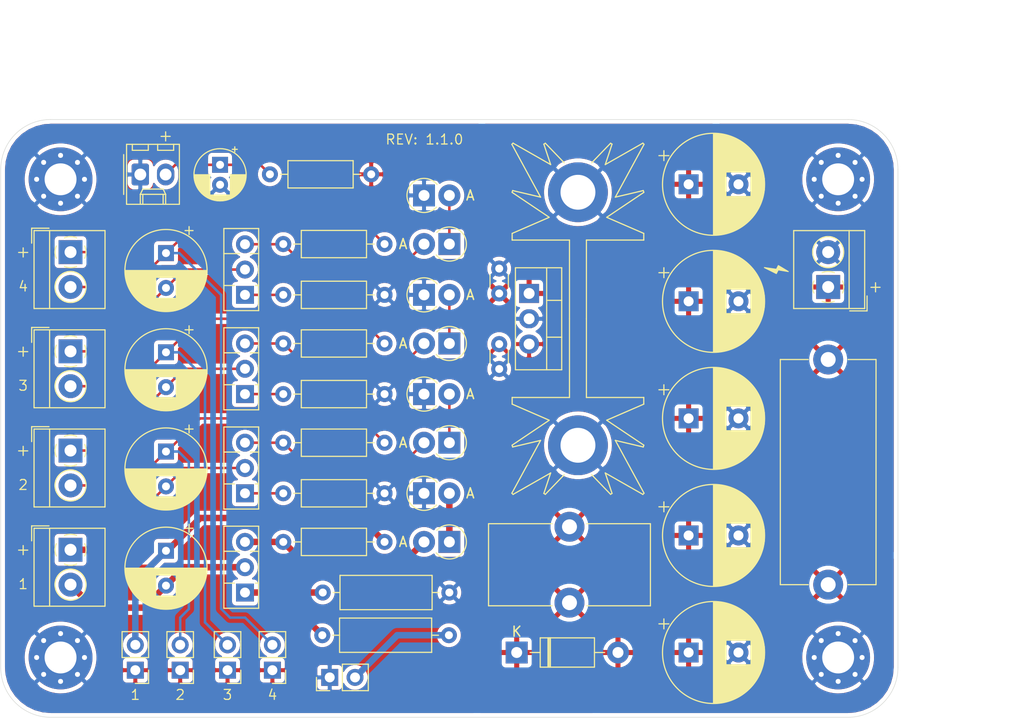
<source format=kicad_pcb>
(kicad_pcb (version 20171130) (host pcbnew "(5.1.8)-1")
  (layers (0 F.Cu signal) (31 B.Cu signal) (34 B.Paste user) (35 F.Paste user) (36 B.SilkS user) (37 F.SilkS user) (38 B.Mask user) (39 F.Mask user) (44 Edge.Cuts user))
  (net 0 "")
  (net 1 "Net-(C1-Pad1)")
  (net 2 GND)
  (net 3 OUT)
  (net 4 "Net-(D1-Pad2)")
  (net 5 "Net-(D1-Pad1)")
  (net 6 "Net-(D3-Pad2)")
  (net 7 "Net-(D3-Pad1)")
  (net 8 "Net-(Q1-Pad1)")
  (net 9 "Net-(Q2-Pad1)")
  (net 10 "Net-(Q3-Pad1)")
  (net 11 "Net-(Q4-Pad1)")
  (net 12 "Net-(JP5-Pad2)")
  (net 13 "Net-(C8-Pad1)")
  (net 14 "Net-(C9-Pad2)")
  (net 15 "Net-(C9-Pad1)")
  (net 16 "Net-(C10-Pad1)")
  (net 17 "Net-(C10-Pad2)")
  (net 18 "Net-(C11-Pad1)")
  (net 19 "Net-(D9-Pad2)")
  (net 20 +12V)
  (net 21 "Net-(C11-Pad2)")
  (net 22 "Net-(C12-Pad1)")
  (net 23 "Net-(C12-Pad2)")
  (net 24 "Net-(D5-Pad2)")
  (net 25 "Net-(D5-Pad1)")
  (net 26 "Net-(D7-Pad1)")
  (net 27 "Net-(D7-Pad2)")
  (net 28 "Net-(D10-Pad2)")
  (module Icons:Lightning (layer F.Cu) (at 158 65.06 90)
    (fp_text reference G*** hide)
    (fp_text value Lightning hide)
  )
  (module Capacitor_THT:CP_Radial_D10.0mm_P5.00mm (layer F.Cu) (at 149 103.5)
    (fp_text reference C1 hide)
    (fp_text value 1mF hide)
    (pad 1 thru_hole rect (at 0 0) (size 2 2) (drill 1) (layers *.Cu *.Mask) (net 1 "Net-(C1-Pad1)"))
    (pad 2 thru_hole circle (at 5 0) (size 2 2) (drill 1) (layers *.Cu *.Mask) (net 2 GND))
  )
  (module Resistor_THT:R_Axial_DIN0309_L9.0mm_D3.2mm_P12.70mm_Horizontal (layer F.Cu) (at 125 97.48 180)
    (fp_text reference R6 hide)
    (fp_text value 2.2 hide)
    (pad 2 thru_hole oval (at 12.7 0 180) (size 1.6 1.6) (drill 0.8) (layers *.Cu *.Mask) (net 8 "Net-(Q1-Pad1)"))
    (pad 1 thru_hole circle (at 0 0 180) (size 1.6 1.6) (drill 0.8) (layers *.Cu *.Mask) (net 2 GND))
  )
  (module Capacitor_THT:CP_Radial_D10.0mm_P5.00mm (layer F.Cu) (at 149 91.75)
    (fp_text reference C2 hide)
    (fp_text value 1mF hide)
    (pad 1 thru_hole rect (at 0 0) (size 2 2) (drill 1) (layers *.Cu *.Mask) (net 1 "Net-(C1-Pad1)"))
    (pad 2 thru_hole circle (at 5 0) (size 2 2) (drill 1) (layers *.Cu *.Mask) (net 2 GND))
  )
  (module Capacitor_THT:CP_Radial_D10.0mm_P5.00mm (layer F.Cu) (at 149 80)
    (fp_text reference C3 hide)
    (fp_text value 1mF hide)
    (pad 1 thru_hole rect (at 0 0) (size 2 2) (drill 1) (layers *.Cu *.Mask) (net 1 "Net-(C1-Pad1)"))
    (pad 2 thru_hole circle (at 5 0) (size 2 2) (drill 1) (layers *.Cu *.Mask) (net 2 GND))
  )
  (module Capacitor_THT:CP_Radial_D10.0mm_P5.00mm (layer F.Cu) (at 149 68.25)
    (fp_text reference C4 hide)
    (fp_text value 470µF hide)
    (pad 2 thru_hole circle (at 5 0) (size 2 2) (drill 1) (layers *.Cu *.Mask) (net 2 GND))
    (pad 1 thru_hole rect (at 0 0) (size 2 2) (drill 1) (layers *.Cu *.Mask) (net 1 "Net-(C1-Pad1)"))
  )
  (module Capacitor_THT:CP_Radial_D10.0mm_P5.00mm (layer F.Cu) (at 149 56.5)
    (fp_text reference C5 hide)
    (fp_text value 470µF hide)
    (pad 2 thru_hole circle (at 5 0) (size 2 2) (drill 1) (layers *.Cu *.Mask) (net 2 GND))
    (pad 1 thru_hole rect (at 0 0) (size 2 2) (drill 1) (layers *.Cu *.Mask) (net 1 "Net-(C1-Pad1)"))
  )
  (module Capacitor_THT:C_Disc_D3.0mm_W1.6mm_P2.50mm (layer F.Cu) (at 130 67.46 90)
    (fp_text reference C6 hide)
    (fp_text value 0.33µF hide)
    (pad 1 thru_hole circle (at 0 0 90) (size 1.6 1.6) (drill 0.8) (layers *.Cu *.Mask) (net 1 "Net-(C1-Pad1)"))
    (pad 2 thru_hole circle (at 2.5 0 90) (size 1.6 1.6) (drill 0.8) (layers *.Cu *.Mask) (net 2 GND))
  )
  (module Capacitor_THT:C_Disc_D3.0mm_W1.6mm_P2.50mm (layer F.Cu) (at 130 72.54 270)
    (fp_text reference C7 hide)
    (fp_text value 0.1µF hide)
    (pad 2 thru_hole circle (at 2.5 0 270) (size 1.6 1.6) (drill 0.8) (layers *.Cu *.Mask) (net 2 GND))
    (pad 1 thru_hole circle (at 0 0 270) (size 1.6 1.6) (drill 0.8) (layers *.Cu *.Mask) (net 3 OUT))
  )
  (module Connector_Molex:Molex_KK-254_AE-6410-02A_1x02_P2.54mm_Vertical (layer F.Cu) (at 94 55.52)
    (fp_text reference D2 hide)
    (fp_text value RED hide)
    (pad 1 thru_hole roundrect (at 0 0) (size 1.74 2.19) (drill 1.19) (layers *.Cu *.Mask) (roundrect_rratio 0.143678) (net 2 GND))
    (pad 2 thru_hole oval (at 2.54 0) (size 1.74 2.19) (drill 1.19) (layers *.Cu *.Mask) (net 13 "Net-(C8-Pad1)"))
  )
  (module Fuse:Fuseholder_Cylinder-5x20mm_Stelvio-Kontek_PTF78_Horizontal_Open (layer F.Cu) (at 163 96.69 90)
    (fp_text reference F1 hide)
    (fp_text value 2A hide)
    (pad 1 thru_hole circle (at 0 0 90) (size 3 3) (drill 1.5) (layers *.Cu *.Mask) (net 4 "Net-(D1-Pad2)"))
    (pad 2 thru_hole circle (at 22.6 0 90) (size 3 3) (drill 1.5) (layers *.Cu *.Mask) (net 20 +12V))
  )
  (module TerminalBlock_4Ucon:TerminalBlock_4Ucon_1x02_P3.50mm_Horizontal (layer F.Cu) (at 87 93.19 270)
    (fp_text reference J2 hide)
    (fp_text value DC_OUT_1 hide)
    (pad 1 thru_hole rect (at 0 0 270) (size 2.4 2.4) (drill 1.2) (layers *.Cu *.Mask) (net 15 "Net-(C9-Pad1)"))
    (pad 2 thru_hole circle (at 3.5 0 270) (size 2.4 2.4) (drill 1.2) (layers *.Cu *.Mask) (net 14 "Net-(C9-Pad2)"))
  )
  (module TerminalBlock_4Ucon:TerminalBlock_4Ucon_1x02_P3.50mm_Horizontal (layer F.Cu) (at 87 83.23 270)
    (fp_text reference J3 hide)
    (fp_text value DC_OUT_2 hide)
    (pad 2 thru_hole circle (at 3.5 0 270) (size 2.4 2.4) (drill 1.2) (layers *.Cu *.Mask) (net 17 "Net-(C10-Pad2)"))
    (pad 1 thru_hole rect (at 0 0 270) (size 2.4 2.4) (drill 1.2) (layers *.Cu *.Mask) (net 16 "Net-(C10-Pad1)"))
  )
  (module TerminalBlock_4Ucon:TerminalBlock_4Ucon_1x02_P3.50mm_Horizontal (layer F.Cu) (at 87 73.27 270)
    (fp_text reference J4 hide)
    (fp_text value DC_OUT_3 hide)
    (pad 2 thru_hole circle (at 3.5 0 270) (size 2.4 2.4) (drill 1.2) (layers *.Cu *.Mask) (net 21 "Net-(C11-Pad2)"))
    (pad 1 thru_hole rect (at 0 0 270) (size 2.4 2.4) (drill 1.2) (layers *.Cu *.Mask) (net 18 "Net-(C11-Pad1)"))
  )
  (module TerminalBlock_4Ucon:TerminalBlock_4Ucon_1x02_P3.50mm_Horizontal (layer F.Cu) (at 87 63.31 270)
    (fp_text reference J5 hide)
    (fp_text value DC_OUT_4 hide)
    (pad 1 thru_hole rect (at 0 0 270) (size 2.4 2.4) (drill 1.2) (layers *.Cu *.Mask) (net 22 "Net-(C12-Pad1)"))
    (pad 2 thru_hole circle (at 3.5 0 270) (size 2.4 2.4) (drill 1.2) (layers *.Cu *.Mask) (net 23 "Net-(C12-Pad2)"))
  )
  (module TerminalBlock_4Ucon:TerminalBlock_4Ucon_1x02_P3.50mm_Horizontal (layer F.Cu) (at 163 66.81 90)
    (fp_text reference J1 hide)
    (fp_text value DC_IN hide)
    (pad 1 thru_hole rect (at 0 0 90) (size 2.4 2.4) (drill 1.2) (layers *.Cu *.Mask) (net 20 +12V))
    (pad 2 thru_hole circle (at 3.5 0 90) (size 2.4 2.4) (drill 1.2) (layers *.Cu *.Mask) (net 2 GND))
  )
  (module Connector_PinHeader_2.54mm:PinHeader_1x02_P2.54mm_Vertical (layer F.Cu) (at 93.5 105.275 180)
    (fp_text reference JP1 hide)
    (fp_text value GATE hide)
    (pad 1 thru_hole rect (at 0 0 180) (size 1.7 1.7) (drill 1) (layers *.Cu *.Mask) (net 3 OUT))
    (pad 2 thru_hole oval (at 0 2.54 180) (size 1.7 1.7) (drill 1) (layers *.Cu *.Mask) (net 15 "Net-(C9-Pad1)"))
  )
  (module Connector_PinHeader_2.54mm:PinHeader_1x02_P2.54mm_Vertical (layer F.Cu) (at 98 105.275 180)
    (fp_text reference JP2 hide)
    (fp_text value GATE hide)
    (pad 2 thru_hole oval (at 0 2.54 180) (size 1.7 1.7) (drill 1) (layers *.Cu *.Mask) (net 16 "Net-(C10-Pad1)"))
    (pad 1 thru_hole rect (at 0 0 180) (size 1.7 1.7) (drill 1) (layers *.Cu *.Mask) (net 3 OUT))
  )
  (module Connector_PinHeader_2.54mm:PinHeader_1x02_P2.54mm_Vertical (layer F.Cu) (at 102.75 105.275 180)
    (fp_text reference JP3 hide)
    (fp_text value GATE hide)
    (pad 1 thru_hole rect (at 0 0 180) (size 1.7 1.7) (drill 1) (layers *.Cu *.Mask) (net 3 OUT))
    (pad 2 thru_hole oval (at 0 2.54 180) (size 1.7 1.7) (drill 1) (layers *.Cu *.Mask) (net 18 "Net-(C11-Pad1)"))
  )
  (module Connector_PinHeader_2.54mm:PinHeader_1x02_P2.54mm_Vertical (layer F.Cu) (at 107.25 105.275 180)
    (fp_text reference JP4 hide)
    (fp_text value GATE hide)
    (pad 2 thru_hole oval (at 0 2.54 180) (size 1.7 1.7) (drill 1) (layers *.Cu *.Mask) (net 22 "Net-(C12-Pad1)"))
    (pad 1 thru_hole rect (at 0 0 180) (size 1.7 1.7) (drill 1) (layers *.Cu *.Mask) (net 3 OUT))
  )
  (module Connector_PinHeader_2.54mm:PinHeader_1x02_P2.54mm_Vertical (layer F.Cu) (at 113 106 90)
    (fp_text reference JP5 hide)
    (fp_text value GATE hide)
    (pad 1 thru_hole rect (at 0 0 90) (size 1.7 1.7) (drill 1) (layers *.Cu *.Mask) (net 2 GND))
    (pad 2 thru_hole oval (at 0 2.54 90) (size 1.7 1.7) (drill 1) (layers *.Cu *.Mask) (net 12 "Net-(JP5-Pad2)"))
  )
  (module Package_TO_SOT_THT:TO-126-3_Vertical (layer F.Cu) (at 104.5 97.48 90)
    (fp_text reference Q1 hide)
    (fp_text value BD137 hide)
    (pad 3 thru_hole oval (at 5.08 0 90) (size 1.8 1.8) (drill 1) (layers *.Cu *.Mask) (net 6 "Net-(D3-Pad2)"))
    (pad 2 thru_hole oval (at 2.54 0 90) (size 1.8 1.8) (drill 1) (layers *.Cu *.Mask) (net 14 "Net-(C9-Pad2)"))
    (pad 1 thru_hole rect (at 0 0 90) (size 1.8 1.8) (drill 1) (layers *.Cu *.Mask) (net 8 "Net-(Q1-Pad1)"))
  )
  (module Package_TO_SOT_THT:TO-126-3_Vertical (layer F.Cu) (at 104.5 87.52 90)
    (fp_text reference Q2 hide)
    (fp_text value BD137 hide)
    (pad 1 thru_hole rect (at 0 0 90) (size 1.8 1.8) (drill 1) (layers *.Cu *.Mask) (net 9 "Net-(Q2-Pad1)"))
    (pad 2 thru_hole oval (at 2.54 0 90) (size 1.8 1.8) (drill 1) (layers *.Cu *.Mask) (net 17 "Net-(C10-Pad2)"))
    (pad 3 thru_hole oval (at 5.08 0 90) (size 1.8 1.8) (drill 1) (layers *.Cu *.Mask) (net 24 "Net-(D5-Pad2)"))
  )
  (module Package_TO_SOT_THT:TO-126-3_Vertical (layer F.Cu) (at 104.5 77.56 90)
    (fp_text reference Q3 hide)
    (fp_text value BD137 hide)
    (pad 3 thru_hole oval (at 5.08 0 90) (size 1.8 1.8) (drill 1) (layers *.Cu *.Mask) (net 27 "Net-(D7-Pad2)"))
    (pad 2 thru_hole oval (at 2.54 0 90) (size 1.8 1.8) (drill 1) (layers *.Cu *.Mask) (net 21 "Net-(C11-Pad2)"))
    (pad 1 thru_hole rect (at 0 0 90) (size 1.8 1.8) (drill 1) (layers *.Cu *.Mask) (net 10 "Net-(Q3-Pad1)"))
  )
  (module Package_TO_SOT_THT:TO-126-3_Vertical (layer F.Cu) (at 104.5 67.6 90)
    (fp_text reference Q4 hide)
    (fp_text value BD137 hide)
    (pad 1 thru_hole rect (at 0 0 90) (size 1.8 1.8) (drill 1) (layers *.Cu *.Mask) (net 11 "Net-(Q4-Pad1)"))
    (pad 2 thru_hole oval (at 2.54 0 90) (size 1.8 1.8) (drill 1) (layers *.Cu *.Mask) (net 23 "Net-(C12-Pad2)"))
    (pad 3 thru_hole oval (at 5.08 0 90) (size 1.8 1.8) (drill 1) (layers *.Cu *.Mask) (net 19 "Net-(D9-Pad2)"))
  )
  (module Resistor_THT:R_Axial_DIN0207_L6.3mm_D2.5mm_P10.16mm_Horizontal (layer F.Cu) (at 118.5 92.4 180)
    (fp_text reference R2 hide)
    (fp_text value 100 hide)
    (pad 2 thru_hole oval (at 10.16 0 180) (size 1.6 1.6) (drill 0.8) (layers *.Cu *.Mask) (net 6 "Net-(D3-Pad2)"))
    (pad 1 thru_hole circle (at 0 0 180) (size 1.6 1.6) (drill 0.8) (layers *.Cu *.Mask) (net 15 "Net-(C9-Pad1)"))
  )
  (module Resistor_THT:R_Axial_DIN0207_L6.3mm_D2.5mm_P10.16mm_Horizontal (layer F.Cu) (at 118.5 82.44 180)
    (fp_text reference R3 hide)
    (fp_text value 100 hide)
    (pad 1 thru_hole circle (at 0 0 180) (size 1.6 1.6) (drill 0.8) (layers *.Cu *.Mask) (net 16 "Net-(C10-Pad1)"))
    (pad 2 thru_hole oval (at 10.16 0 180) (size 1.6 1.6) (drill 0.8) (layers *.Cu *.Mask) (net 24 "Net-(D5-Pad2)"))
  )
  (module Resistor_THT:R_Axial_DIN0207_L6.3mm_D2.5mm_P10.16mm_Horizontal (layer F.Cu) (at 118.5 72.48 180)
    (fp_text reference R4 hide)
    (fp_text value 100 hide)
    (pad 1 thru_hole circle (at 0 0 180) (size 1.6 1.6) (drill 0.8) (layers *.Cu *.Mask) (net 18 "Net-(C11-Pad1)"))
    (pad 2 thru_hole oval (at 10.16 0 180) (size 1.6 1.6) (drill 0.8) (layers *.Cu *.Mask) (net 27 "Net-(D7-Pad2)"))
  )
  (module Resistor_THT:R_Axial_DIN0207_L6.3mm_D2.5mm_P10.16mm_Horizontal (layer F.Cu) (at 118.5 62.5 180)
    (fp_text reference R5 hide)
    (fp_text value 100 hide)
    (pad 1 thru_hole circle (at 0 0 180) (size 1.6 1.6) (drill 0.8) (layers *.Cu *.Mask) (net 22 "Net-(C12-Pad1)"))
    (pad 2 thru_hole oval (at 10.16 0 180) (size 1.6 1.6) (drill 0.8) (layers *.Cu *.Mask) (net 19 "Net-(D9-Pad2)"))
  )
  (module Resistor_THT:R_Axial_DIN0207_L6.3mm_D2.5mm_P10.16mm_Horizontal (layer F.Cu) (at 118.5 87.52 180)
    (fp_text reference R8 hide)
    (fp_text value 2.2 hide)
    (pad 2 thru_hole oval (at 10.16 0 180) (size 1.6 1.6) (drill 0.8) (layers *.Cu *.Mask) (net 9 "Net-(Q2-Pad1)"))
    (pad 1 thru_hole circle (at 0 0 180) (size 1.6 1.6) (drill 0.8) (layers *.Cu *.Mask) (net 2 GND))
  )
  (module Resistor_THT:R_Axial_DIN0207_L6.3mm_D2.5mm_P10.16mm_Horizontal (layer F.Cu) (at 118.5 77.56 180)
    (fp_text reference R9 hide)
    (fp_text value 2.2 hide)
    (pad 2 thru_hole oval (at 10.16 0 180) (size 1.6 1.6) (drill 0.8) (layers *.Cu *.Mask) (net 10 "Net-(Q3-Pad1)"))
    (pad 1 thru_hole circle (at 0 0 180) (size 1.6 1.6) (drill 0.8) (layers *.Cu *.Mask) (net 2 GND))
  )
  (module Resistor_THT:R_Axial_DIN0207_L6.3mm_D2.5mm_P10.16mm_Horizontal (layer F.Cu) (at 118.5 67.6 180)
    (fp_text reference R10 hide)
    (fp_text value 2.2 hide)
    (pad 2 thru_hole oval (at 10.16 0 180) (size 1.6 1.6) (drill 0.8) (layers *.Cu *.Mask) (net 11 "Net-(Q4-Pad1)"))
    (pad 1 thru_hole circle (at 0 0 180) (size 1.6 1.6) (drill 0.8) (layers *.Cu *.Mask) (net 2 GND))
  )
  (module Resistor_THT:R_Axial_DIN0207_L6.3mm_D2.5mm_P10.16mm_Horizontal (layer F.Cu) (at 107 55.5)
    (fp_text reference R1 hide)
    (fp_text value 100 hide)
    (pad 1 thru_hole circle (at 0 0) (size 1.6 1.6) (drill 0.8) (layers *.Cu *.Mask) (net 13 "Net-(C8-Pad1)"))
    (pad 2 thru_hole oval (at 10.16 0) (size 1.6 1.6) (drill 0.8) (layers *.Cu *.Mask) (net 3 OUT))
  )
  (module Package_TO_SOT_THT:TO-220-3_Vertical (layer F.Cu) (at 133 67.46 270)
    (fp_text reference U1 hide)
    (fp_text value L7805 hide)
    (pad 3 thru_hole oval (at 5.08 0 270) (size 1.905 2) (drill 1.1) (layers *.Cu *.Mask) (net 3 OUT))
    (pad 2 thru_hole oval (at 2.54 0 270) (size 1.905 2) (drill 1.1) (layers *.Cu *.Mask) (net 2 GND))
    (pad 1 thru_hole rect (at 0 0 270) (size 1.905 2) (drill 1.1) (layers *.Cu *.Mask) (net 1 "Net-(C1-Pad1)"))
  )
  (module Heatsink:Heatsink_Fischer_SK104-STCB_35x13mm__2xDrill3.5mm_ScrewM3 (layer F.Cu) (at 137.9 70 90)
    (fp_text reference HS1 hide)
    (fp_text value Heatsink hide)
    (pad 1 thru_hole circle (at 12.7 0 90) (size 6 6) (drill 3.5) (layers *.Cu *.Mask) (net 2 GND))
    (pad 1 thru_hole circle (at -12.7 0 270) (size 6 6) (drill 3.5) (layers *.Cu *.Mask) (net 2 GND))
  )
  (module MountingHole:MountingHole_3.2mm_M3_Pad_Via (layer F.Cu) (at 86 56)
    (fp_text reference H1 hide)
    (fp_text value "Mounting Pad" hide)
    (pad 1 thru_hole circle (at 0 0) (size 6.4 6.4) (drill 3.2) (layers *.Cu *.Mask) (net 2 GND))
    (pad 1 thru_hole circle (at 2.4 0) (size 0.8 0.8) (drill 0.5) (layers *.Cu *.Mask) (net 2 GND))
    (pad 1 thru_hole circle (at 1.697056 1.697056) (size 0.8 0.8) (drill 0.5) (layers *.Cu *.Mask) (net 2 GND))
    (pad 1 thru_hole circle (at 0 2.4) (size 0.8 0.8) (drill 0.5) (layers *.Cu *.Mask) (net 2 GND))
    (pad 1 thru_hole circle (at -1.697056 1.697056) (size 0.8 0.8) (drill 0.5) (layers *.Cu *.Mask) (net 2 GND))
    (pad 1 thru_hole circle (at -2.4 0) (size 0.8 0.8) (drill 0.5) (layers *.Cu *.Mask) (net 2 GND))
    (pad 1 thru_hole circle (at -1.697056 -1.697056) (size 0.8 0.8) (drill 0.5) (layers *.Cu *.Mask) (net 2 GND))
    (pad 1 thru_hole circle (at 0 -2.4) (size 0.8 0.8) (drill 0.5) (layers *.Cu *.Mask) (net 2 GND))
    (pad 1 thru_hole circle (at 1.697056 -1.697056) (size 0.8 0.8) (drill 0.5) (layers *.Cu *.Mask) (net 2 GND))
  )
  (module MountingHole:MountingHole_3.2mm_M3_Pad_Via (layer F.Cu) (at 164 56)
    (fp_text reference H2 hide)
    (fp_text value "Mounting Pad" hide)
    (pad 1 thru_hole circle (at 1.697056 -1.697056) (size 0.8 0.8) (drill 0.5) (layers *.Cu *.Mask) (net 2 GND))
    (pad 1 thru_hole circle (at 0 -2.4) (size 0.8 0.8) (drill 0.5) (layers *.Cu *.Mask) (net 2 GND))
    (pad 1 thru_hole circle (at -1.697056 -1.697056) (size 0.8 0.8) (drill 0.5) (layers *.Cu *.Mask) (net 2 GND))
    (pad 1 thru_hole circle (at -2.4 0) (size 0.8 0.8) (drill 0.5) (layers *.Cu *.Mask) (net 2 GND))
    (pad 1 thru_hole circle (at -1.697056 1.697056) (size 0.8 0.8) (drill 0.5) (layers *.Cu *.Mask) (net 2 GND))
    (pad 1 thru_hole circle (at 0 2.4) (size 0.8 0.8) (drill 0.5) (layers *.Cu *.Mask) (net 2 GND))
    (pad 1 thru_hole circle (at 1.697056 1.697056) (size 0.8 0.8) (drill 0.5) (layers *.Cu *.Mask) (net 2 GND))
    (pad 1 thru_hole circle (at 2.4 0) (size 0.8 0.8) (drill 0.5) (layers *.Cu *.Mask) (net 2 GND))
    (pad 1 thru_hole circle (at 0 0) (size 6.4 6.4) (drill 3.2) (layers *.Cu *.Mask) (net 2 GND))
  )
  (module MountingHole:MountingHole_3.2mm_M3_Pad_Via (layer F.Cu) (at 164 104)
    (fp_text reference H3 hide)
    (fp_text value "Mounting Pad" hide)
    (pad 1 thru_hole circle (at 0 0) (size 6.4 6.4) (drill 3.2) (layers *.Cu *.Mask) (net 2 GND))
    (pad 1 thru_hole circle (at 2.4 0) (size 0.8 0.8) (drill 0.5) (layers *.Cu *.Mask) (net 2 GND))
    (pad 1 thru_hole circle (at 1.697056 1.697056) (size 0.8 0.8) (drill 0.5) (layers *.Cu *.Mask) (net 2 GND))
    (pad 1 thru_hole circle (at 0 2.4) (size 0.8 0.8) (drill 0.5) (layers *.Cu *.Mask) (net 2 GND))
    (pad 1 thru_hole circle (at -1.697056 1.697056) (size 0.8 0.8) (drill 0.5) (layers *.Cu *.Mask) (net 2 GND))
    (pad 1 thru_hole circle (at -2.4 0) (size 0.8 0.8) (drill 0.5) (layers *.Cu *.Mask) (net 2 GND))
    (pad 1 thru_hole circle (at -1.697056 -1.697056) (size 0.8 0.8) (drill 0.5) (layers *.Cu *.Mask) (net 2 GND))
    (pad 1 thru_hole circle (at 0 -2.4) (size 0.8 0.8) (drill 0.5) (layers *.Cu *.Mask) (net 2 GND))
    (pad 1 thru_hole circle (at 1.697056 -1.697056) (size 0.8 0.8) (drill 0.5) (layers *.Cu *.Mask) (net 2 GND))
  )
  (module MountingHole:MountingHole_3.2mm_M3_Pad_Via (layer F.Cu) (at 86 104)
    (fp_text reference H4 hide)
    (fp_text value "Mounting Pad" hide)
    (pad 1 thru_hole circle (at 1.697056 -1.697056) (size 0.8 0.8) (drill 0.5) (layers *.Cu *.Mask) (net 2 GND))
    (pad 1 thru_hole circle (at 0 -2.4) (size 0.8 0.8) (drill 0.5) (layers *.Cu *.Mask) (net 2 GND))
    (pad 1 thru_hole circle (at -1.697056 -1.697056) (size 0.8 0.8) (drill 0.5) (layers *.Cu *.Mask) (net 2 GND))
    (pad 1 thru_hole circle (at -2.4 0) (size 0.8 0.8) (drill 0.5) (layers *.Cu *.Mask) (net 2 GND))
    (pad 1 thru_hole circle (at -1.697056 1.697056) (size 0.8 0.8) (drill 0.5) (layers *.Cu *.Mask) (net 2 GND))
    (pad 1 thru_hole circle (at 0 2.4) (size 0.8 0.8) (drill 0.5) (layers *.Cu *.Mask) (net 2 GND))
    (pad 1 thru_hole circle (at 1.697056 1.697056) (size 0.8 0.8) (drill 0.5) (layers *.Cu *.Mask) (net 2 GND))
    (pad 1 thru_hole circle (at 2.4 0) (size 0.8 0.8) (drill 0.5) (layers *.Cu *.Mask) (net 2 GND))
    (pad 1 thru_hole circle (at 0 0) (size 6.4 6.4) (drill 3.2) (layers *.Cu *.Mask) (net 2 GND))
  )
  (module Diode_THT:D_DO-41_SOD81_P10.16mm_Horizontal (layer F.Cu) (at 131.75575 103.5)
    (fp_text reference D1 hide)
    (fp_text value 1N4007 hide)
    (fp_text user K (at 0 -2.1) (layer F.SilkS))
    (pad 1 thru_hole rect (at 0 0) (size 2.2 2.2) (drill 1.1) (layers *.Cu *.Mask) (net 5 "Net-(D1-Pad1)"))
    (pad 2 thru_hole oval (at 10.16 0) (size 2.2 2.2) (drill 1.1) (layers *.Cu *.Mask) (net 4 "Net-(D1-Pad2)"))
  )
  (module Diode_THT:D_DO-41_SOD81_P2.54mm_Vertical_AnodeUp (layer F.Cu) (at 125 92.4 180)
    (fp_text reference D3 hide)
    (fp_text value 1N4007 hide)
    (fp_text user A (at 4.64 0) (layer F.SilkS))
    (pad 2 thru_hole oval (at 2.54 0 180) (size 2.2 2.2) (drill 1.1) (layers *.Cu *.Mask) (net 6 "Net-(D3-Pad2)"))
    (pad 1 thru_hole rect (at 0 0 180) (size 2.2 2.2) (drill 1.1) (layers *.Cu *.Mask) (net 7 "Net-(D3-Pad1)"))
  )
  (module Diode_THT:D_DO-41_SOD81_P2.54mm_Vertical_AnodeUp (layer F.Cu) (at 125 82.44 180)
    (fp_text reference D5 hide)
    (fp_text value 1N4007 hide)
    (fp_text user A (at 4.64 0) (layer F.SilkS))
    (pad 2 thru_hole oval (at 2.54 0 180) (size 2.2 2.2) (drill 1.1) (layers *.Cu *.Mask) (net 24 "Net-(D5-Pad2)"))
    (pad 1 thru_hole rect (at 0 0 180) (size 2.2 2.2) (drill 1.1) (layers *.Cu *.Mask) (net 25 "Net-(D5-Pad1)"))
  )
  (module Diode_THT:D_DO-41_SOD81_P2.54mm_Vertical_AnodeUp (layer F.Cu) (at 125 72.48 180)
    (fp_text reference D7 hide)
    (fp_text value 1N4007 hide)
    (fp_text user A (at 4.64 0) (layer F.SilkS))
    (pad 1 thru_hole rect (at 0 0 180) (size 2.2 2.2) (drill 1.1) (layers *.Cu *.Mask) (net 26 "Net-(D7-Pad1)"))
    (pad 2 thru_hole oval (at 2.54 0 180) (size 2.2 2.2) (drill 1.1) (layers *.Cu *.Mask) (net 27 "Net-(D7-Pad2)"))
  )
  (module Diode_THT:D_DO-41_SOD81_P2.54mm_Vertical_AnodeUp (layer F.Cu) (at 125 62.5 180)
    (fp_text reference D9 hide)
    (fp_text value 1N4007 hide)
    (fp_text user A (at 4.64 0) (layer F.SilkS))
    (pad 1 thru_hole rect (at 0 0 180) (size 2.2 2.2) (drill 1.1) (layers *.Cu *.Mask) (net 28 "Net-(D10-Pad2)"))
    (pad 2 thru_hole oval (at 2.54 0 180) (size 2.2 2.2) (drill 1.1) (layers *.Cu *.Mask) (net 19 "Net-(D9-Pad2)"))
  )
  (module Diode_THT:D_DO-41_SOD81_P2.54mm_Vertical_AnodeUp (layer F.Cu) (at 122.46 87.52)
    (fp_text reference D4 hide)
    (fp_text value 1N4007 hide)
    (fp_text user A (at 4.64 0) (layer F.SilkS))
    (pad 1 thru_hole rect (at 0 0) (size 2.2 2.2) (drill 1.1) (layers *.Cu *.Mask) (net 2 GND))
    (pad 2 thru_hole oval (at 2.54 0) (size 2.2 2.2) (drill 1.1) (layers *.Cu *.Mask) (net 7 "Net-(D3-Pad1)"))
  )
  (module Diode_THT:D_DO-41_SOD81_P2.54mm_Vertical_AnodeUp (layer F.Cu) (at 122.46 77.56)
    (fp_text reference D6 hide)
    (fp_text value 1N4007 hide)
    (fp_text user A (at 4.64 0) (layer F.SilkS))
    (pad 1 thru_hole rect (at 0 0) (size 2.2 2.2) (drill 1.1) (layers *.Cu *.Mask) (net 2 GND))
    (pad 2 thru_hole oval (at 2.54 0) (size 2.2 2.2) (drill 1.1) (layers *.Cu *.Mask) (net 25 "Net-(D5-Pad1)"))
  )
  (module Diode_THT:D_DO-41_SOD81_P2.54mm_Vertical_AnodeUp (layer F.Cu) (at 122.46 67.6)
    (fp_text reference D8 hide)
    (fp_text value 1N4007 hide)
    (fp_text user A (at 4.64 0) (layer F.SilkS))
    (pad 2 thru_hole oval (at 2.54 0) (size 2.2 2.2) (drill 1.1) (layers *.Cu *.Mask) (net 26 "Net-(D7-Pad1)"))
    (pad 1 thru_hole rect (at 0 0) (size 2.2 2.2) (drill 1.1) (layers *.Cu *.Mask) (net 2 GND))
  )
  (module Diode_THT:D_DO-41_SOD81_P2.54mm_Vertical_AnodeUp (layer F.Cu) (at 122.46 57.62)
    (fp_text reference D10 hide)
    (fp_text value 1N4007 hide)
    (fp_text user A (at 4.64 0) (layer F.SilkS))
    (pad 2 thru_hole oval (at 2.54 0) (size 2.2 2.2) (drill 1.1) (layers *.Cu *.Mask) (net 28 "Net-(D10-Pad2)"))
    (pad 1 thru_hole rect (at 0 0) (size 2.2 2.2) (drill 1.1) (layers *.Cu *.Mask) (net 2 GND))
  )
  (module Capacitor_THT:CP_Radial_D8.0mm_P3.50mm (layer F.Cu) (at 96.575 93.287349 270)
    (fp_text reference C9 hide)
    (fp_text value 1mF hide)
    (pad 2 thru_hole circle (at 3.5 0 270) (size 1.6 1.6) (drill 0.8) (layers *.Cu *.Mask) (net 14 "Net-(C9-Pad2)"))
    (pad 1 thru_hole rect (at 0 0 270) (size 1.6 1.6) (drill 0.8) (layers *.Cu *.Mask) (net 15 "Net-(C9-Pad1)"))
  )
  (module Capacitor_THT:CP_Radial_D8.0mm_P3.50mm (layer F.Cu) (at 96.575 83.327349 270)
    (fp_text reference C10 hide)
    (fp_text value 1mF hide)
    (pad 1 thru_hole rect (at 0 0 270) (size 1.6 1.6) (drill 0.8) (layers *.Cu *.Mask) (net 16 "Net-(C10-Pad1)"))
    (pad 2 thru_hole circle (at 3.5 0 270) (size 1.6 1.6) (drill 0.8) (layers *.Cu *.Mask) (net 17 "Net-(C10-Pad2)"))
  )
  (module Capacitor_THT:CP_Radial_D8.0mm_P3.50mm (layer F.Cu) (at 96.575 73.367349 270)
    (fp_text reference C11 hide)
    (fp_text value 1mF hide)
    (pad 2 thru_hole circle (at 3.5 0 270) (size 1.6 1.6) (drill 0.8) (layers *.Cu *.Mask) (net 21 "Net-(C11-Pad2)"))
    (pad 1 thru_hole rect (at 0 0 270) (size 1.6 1.6) (drill 0.8) (layers *.Cu *.Mask) (net 18 "Net-(C11-Pad1)"))
  )
  (module Capacitor_THT:CP_Radial_D8.0mm_P3.50mm (layer F.Cu) (at 96.575 63.407349 270)
    (fp_text reference C12 hide)
    (fp_text value 1mF hide)
    (pad 1 thru_hole rect (at 0 0 270) (size 1.6 1.6) (drill 0.8) (layers *.Cu *.Mask) (net 22 "Net-(C12-Pad1)"))
    (pad 2 thru_hole circle (at 3.5 0 270) (size 1.6 1.6) (drill 0.8) (layers *.Cu *.Mask) (net 23 "Net-(C12-Pad2)"))
  )
  (module Capacitor_THT:CP_Radial_D5.0mm_P2.00mm (layer F.Cu) (at 102 54.544888 270)
    (fp_text reference C8 hide)
    (fp_text value 100µF hide)
    (pad 1 thru_hole rect (at 0 0 270) (size 1.6 1.6) (drill 0.8) (layers *.Cu *.Mask) (net 13 "Net-(C8-Pad1)"))
    (pad 2 thru_hole circle (at 2 0 270) (size 1.6 1.6) (drill 0.8) (layers *.Cu *.Mask) (net 2 GND))
  )
  (module Resistor_THT:R_Axial_DIN0309_L9.0mm_D3.2mm_P12.70mm_Horizontal (layer F.Cu) (at 112.255 101.765)
    (fp_text reference R7 hide)
    (fp_text value 2.2 hide)
    (pad 1 thru_hole circle (at 0 0) (size 1.6 1.6) (drill 0.8) (layers *.Cu *.Mask) (net 8 "Net-(Q1-Pad1)"))
    (pad 2 thru_hole oval (at 12.7 0) (size 1.6 1.6) (drill 0.8) (layers *.Cu *.Mask) (net 12 "Net-(JP5-Pad2)"))
  )
  (module Inductor_THT:L_Toroid_Vertical_L16.0mm_W8.0mm_P7.62mm (layer F.Cu) (at 137.05 98.5 180)
    (fp_text reference L1 hide)
    (fp_text value 100µF hide)
    (pad 1 thru_hole circle (at 0 0 180) (size 3 3) (drill 1.5) (layers *.Cu *.Mask) (net 5 "Net-(D1-Pad1)"))
    (pad 2 thru_hole circle (at 0 7.62 180) (size 3 3) (drill 1.5) (layers *.Cu *.Mask) (net 1 "Net-(C1-Pad1)"))
  )
  (gr_text 4 (at 82.25 66.756) (layer F.SilkS) (effects (font (size 1 1) (thickness 0.12))))
  (gr_text 3 (at 82.25 76.716) (layer F.SilkS) (effects (font (size 1 1) (thickness 0.12))))
  (gr_text 2 (at 82.25 86.676) (layer F.SilkS) (effects (font (size 1 1) (thickness 0.12))))
  (gr_text 1 (at 82.25 96.63) (layer F.SilkS) (effects (font (size 1 1) (thickness 0.12))))
  (gr_text "REV: 1.1.0" (at 122.5 52) (layer F.SilkS) (effects (font (size 1 1) (thickness 0.12))))
  (gr_text + (at 167.75 66.75) (layer F.SilkS) (effects (font (size 1.2 1.2) (thickness 0.12))))
  (gr_text + (at 96.54 51.6) (layer F.SilkS) (effects (font (size 1.2 1.2) (thickness 0.12))))
  (gr_text 4 (at 107.25 107.75) (layer F.SilkS) (effects (font (size 1 1) (thickness 0.12))))
  (gr_text 3 (at 102.75 107.75) (layer F.SilkS) (effects (font (size 1 1) (thickness 0.12))))
  (gr_text 2 (at 98 107.75) (layer F.SilkS) (effects (font (size 1 1) (thickness 0.12))))
  (gr_text 1 (at 93.5 107.75) (layer F.SilkS) (effects (font (size 1 1) (thickness 0.12))))
  (gr_text + (at 82.25 93.13) (layer F.SilkS) (effects (font (size 1.2 1.2) (thickness 0.12))))
  (gr_text + (at 82.25 83.17) (layer F.SilkS) (effects (font (size 1.2 1.2) (thickness 0.12))))
  (gr_text + (at 82.25 73.21) (layer F.SilkS) (effects (font (size 1.2 1.2) (thickness 0.12))))
  (gr_text + (at 82.25 63.25) (layer F.SilkS) (effects (font (size 1.2 1.2) (thickness 0.12))))
  (gr_arc (start 85 105) (end 80 105) (angle -90) (layer Edge.Cuts) (width 0.05))
  (gr_arc (start 165 105) (end 165 110) (angle -90) (layer Edge.Cuts) (width 0.05))
  (gr_arc (start 165 55) (end 170 55) (angle -90) (layer Edge.Cuts) (width 0.05))
  (gr_arc (start 85 55) (end 85 50) (angle -90) (layer Edge.Cuts) (width 0.05))
  (gr_line (start 170 55) (end 170 105) (layer Edge.Cuts) (width 0.05))
  (gr_line (start 85 110) (end 165 110) (layer Edge.Cuts) (width 0.05))
  (gr_line (start 85 50) (end 165 50) (layer Edge.Cuts) (width 0.05))
  (gr_line (start 80 55) (end 80 105) (layer Edge.Cuts) (width 0.05))
  (segment (start 104.5 92.4) (end 108.34 92.4) (width 0.65) (layer F.Cu) (net 6))
  (segment (start 119.92 94.94) (end 122.46 92.4) (width 0.65) (layer F.Cu) (net 6))
  (segment (start 110.88 94.94) (end 119.92 94.94) (width 0.65) (layer F.Cu) (net 6))
  (segment (start 108.34 92.4) (end 110.88 94.94) (width 0.65) (layer F.Cu) (net 6))
  (segment (start 125 92.4) (end 125 87.52) (width 0.65) (layer F.Cu) (net 7))
  (segment (start 107.97 97.48) (end 107.52 97.48) (width 0.65) (layer F.Cu) (net 8))
  (segment (start 112.255 101.765) (end 107.97 97.48) (width 0.65) (layer F.Cu) (net 8))
  (segment (start 104.5 97.48) (end 107.52 97.48) (width 0.65) (layer F.Cu) (net 8))
  (segment (start 107.52 97.48) (end 112.3 97.48) (width 0.65) (layer F.Cu) (net 8))
  (segment (start 104.5 87.52) (end 108.34 87.52) (width 0.25) (layer F.Cu) (net 9))
  (segment (start 104.5 77.56) (end 108.34 77.56) (width 0.25) (layer F.Cu) (net 10))
  (segment (start 104.5 67.6) (end 108.34 67.6) (width 0.25) (layer F.Cu) (net 11))
  (segment (start 119.775 101.765) (end 115.54 106) (width 0.65) (layer B.Cu) (net 12))
  (segment (start 124.955 101.765) (end 119.775 101.765) (width 0.65) (layer B.Cu) (net 12))
  (segment (start 97.515112 54.544888) (end 96.54 55.52) (width 0.25) (layer F.Cu) (net 13))
  (segment (start 102 54.544888) (end 97.515112 54.544888) (width 0.25) (layer F.Cu) (net 13))
  (segment (start 106.044888 54.544888) (end 107 55.5) (width 0.25) (layer F.Cu) (net 13))
  (segment (start 102 54.544888) (end 106.044888 54.544888) (width 0.25) (layer F.Cu) (net 13))
  (segment (start 98.422349 94.94) (end 96.575 96.787349) (width 0.65) (layer F.Cu) (net 14))
  (segment (start 104.5 94.94) (end 98.422349 94.94) (width 0.65) (layer F.Cu) (net 14))
  (segment (start 87 96.69) (end 89.31 99) (width 0.65) (layer F.Cu) (net 14))
  (segment (start 94.362349 99) (end 96.575 96.787349) (width 0.65) (layer F.Cu) (net 14))
  (segment (start 89.31 99) (end 94.362349 99) (width 0.65) (layer F.Cu) (net 14))
  (segment (start 87 93.19) (end 90.69 93.19) (width 0.65) (layer F.Cu) (net 15))
  (segment (start 90.69 93.19) (end 92.5 95) (width 0.65) (layer F.Cu) (net 15))
  (segment (start 92.5 95) (end 94.862349 95) (width 0.65) (layer F.Cu) (net 15))
  (segment (start 94.862349 95) (end 96.575 93.287349) (width 0.65) (layer F.Cu) (net 15))
  (segment (start 93.5 96.362349) (end 96.575 93.287349) (width 0.65) (layer B.Cu) (net 15))
  (segment (start 93.5 102.735) (end 93.5 96.362349) (width 0.65) (layer B.Cu) (net 15))
  (segment (start 96.575 93.287349) (end 96.712651 93.287349) (width 0.65) (layer F.Cu) (net 15))
  (segment (start 96.712651 93.287349) (end 100 90) (width 0.65) (layer F.Cu) (net 15))
  (segment (start 116.1 90) (end 100 90) (width 0.65) (layer F.Cu) (net 15))
  (segment (start 118.5 92.4) (end 116.1 90) (width 0.65) (layer F.Cu) (net 15))
  (segment (start 87 83.23) (end 90.73 83.23) (width 0.25) (layer F.Cu) (net 16))
  (segment (start 90.73 83.23) (end 92.5 85) (width 0.25) (layer F.Cu) (net 16))
  (segment (start 92.5 85) (end 94.902349 85) (width 0.25) (layer F.Cu) (net 16))
  (segment (start 94.902349 85) (end 96.575 83.327349) (width 0.25) (layer F.Cu) (net 16))
  (segment (start 96.575 83.327349) (end 96.672651 83.327349) (width 0.25) (layer F.Cu) (net 16))
  (segment (start 96.672651 83.327349) (end 100 80) (width 0.25) (layer F.Cu) (net 16))
  (segment (start 100 80) (end 105 80) (width 0.25) (layer F.Cu) (net 16))
  (segment (start 98 100) (end 98 102.735) (width 0.25) (layer B.Cu) (net 16))
  (segment (start 98.868749 99.131251) (end 98 100) (width 0.25) (layer B.Cu) (net 16))
  (segment (start 98.868749 84.368749) (end 98.868749 99.131251) (width 0.25) (layer B.Cu) (net 16))
  (segment (start 97.827349 83.327349) (end 98.868749 84.368749) (width 0.25) (layer B.Cu) (net 16))
  (segment (start 96.575 83.327349) (end 97.827349 83.327349) (width 0.25) (layer B.Cu) (net 16))
  (segment (start 118.5 82.44) (end 116.06 80) (width 0.25) (layer F.Cu) (net 16))
  (segment (start 116.06 80) (end 105 80) (width 0.25) (layer F.Cu) (net 16))
  (segment (start 98.422349 84.98) (end 96.575 86.827349) (width 0.25) (layer F.Cu) (net 17))
  (segment (start 104.5 84.98) (end 98.422349 84.98) (width 0.25) (layer F.Cu) (net 17))
  (segment (start 95.402349 88) (end 96.575 86.827349) (width 0.25) (layer F.Cu) (net 17))
  (segment (start 91 88) (end 95.402349 88) (width 0.25) (layer F.Cu) (net 17))
  (segment (start 89.73 86.73) (end 91 88) (width 0.25) (layer F.Cu) (net 17))
  (segment (start 87 86.73) (end 89.73 86.73) (width 0.25) (layer F.Cu) (net 17))
  (segment (start 87 73.27) (end 90.77 73.27) (width 0.25) (layer F.Cu) (net 18))
  (segment (start 90.77 73.27) (end 92.5 75) (width 0.25) (layer F.Cu) (net 18))
  (segment (start 92.5 75) (end 94.942349 75) (width 0.25) (layer F.Cu) (net 18))
  (segment (start 94.942349 75) (end 96.575 73.367349) (width 0.25) (layer F.Cu) (net 18))
  (segment (start 100.487499 100.472499) (end 102.75 102.735) (width 0.25) (layer B.Cu) (net 18))
  (segment (start 100.487499 75.987499) (end 100.487499 100.472499) (width 0.25) (layer B.Cu) (net 18))
  (segment (start 97.867349 73.367349) (end 100.487499 75.987499) (width 0.25) (layer B.Cu) (net 18))
  (segment (start 96.575 73.367349) (end 97.867349 73.367349) (width 0.25) (layer B.Cu) (net 18))
  (segment (start 96.632651 73.367349) (end 96.575 73.367349) (width 0.25) (layer F.Cu) (net 18))
  (segment (start 100 70) (end 96.632651 73.367349) (width 0.25) (layer F.Cu) (net 18))
  (segment (start 116.02 70) (end 100 70) (width 0.25) (layer F.Cu) (net 18))
  (segment (start 118.5 72.48) (end 116.02 70) (width 0.25) (layer F.Cu) (net 18))
  (segment (start 108.32 62.52) (end 108.34 62.5) (width 0.25) (layer F.Cu) (net 19))
  (segment (start 104.5 62.52) (end 108.32 62.52) (width 0.25) (layer F.Cu) (net 19))
  (segment (start 119.91 65.05) (end 122.46 62.5) (width 0.25) (layer F.Cu) (net 19))
  (segment (start 110.89 65.05) (end 119.91 65.05) (width 0.25) (layer F.Cu) (net 19))
  (segment (start 108.34 62.5) (end 110.89 65.05) (width 0.25) (layer F.Cu) (net 19))
  (segment (start 98.422349 75.02) (end 96.575 76.867349) (width 0.25) (layer F.Cu) (net 21))
  (segment (start 104.5 75.02) (end 98.422349 75.02) (width 0.25) (layer F.Cu) (net 21))
  (segment (start 91 78) (end 95.442349 78) (width 0.25) (layer F.Cu) (net 21))
  (segment (start 89.77 76.77) (end 91 78) (width 0.25) (layer F.Cu) (net 21))
  (segment (start 95.442349 78) (end 96.575 76.867349) (width 0.25) (layer F.Cu) (net 21))
  (segment (start 87 76.77) (end 89.77 76.77) (width 0.25) (layer F.Cu) (net 21))
  (segment (start 87 63.31) (end 90.81 63.31) (width 0.25) (layer F.Cu) (net 22))
  (segment (start 90.81 63.31) (end 92.5 65) (width 0.25) (layer F.Cu) (net 22))
  (segment (start 94.982349 65) (end 96.575 63.407349) (width 0.25) (layer F.Cu) (net 22))
  (segment (start 92.5 65) (end 94.982349 65) (width 0.25) (layer F.Cu) (net 22))
  (segment (start 103 100) (end 104.515 100) (width 0.25) (layer B.Cu) (net 22))
  (segment (start 102.106249 99.106249) (end 103 100) (width 0.25) (layer B.Cu) (net 22))
  (segment (start 102.106249 67.606249) (end 102.106249 99.106249) (width 0.25) (layer B.Cu) (net 22))
  (segment (start 97.907349 63.407349) (end 102.106249 67.606249) (width 0.25) (layer B.Cu) (net 22))
  (segment (start 104.515 100) (end 107.25 102.735) (width 0.25) (layer B.Cu) (net 22))
  (segment (start 96.575 63.407349) (end 97.907349 63.407349) (width 0.25) (layer B.Cu) (net 22))
  (segment (start 96.592651 63.407349) (end 96.575 63.407349) (width 0.25) (layer F.Cu) (net 22))
  (segment (start 100 60) (end 96.592651 63.407349) (width 0.25) (layer F.Cu) (net 22))
  (segment (start 118.5 62.5) (end 116 60) (width 0.25) (layer F.Cu) (net 22))
  (segment (start 116 60) (end 100 60) (width 0.25) (layer F.Cu) (net 22))
  (segment (start 98.422349 65.06) (end 96.575 66.907349) (width 0.25) (layer F.Cu) (net 23))
  (segment (start 104.5 65.06) (end 98.422349 65.06) (width 0.25) (layer F.Cu) (net 23))
  (segment (start 95.482349 68) (end 96.575 66.907349) (width 0.25) (layer F.Cu) (net 23))
  (segment (start 91 68) (end 95.482349 68) (width 0.25) (layer F.Cu) (net 23))
  (segment (start 89.81 66.81) (end 91 68) (width 0.25) (layer F.Cu) (net 23))
  (segment (start 87 66.81) (end 89.81 66.81) (width 0.25) (layer F.Cu) (net 23))
  (segment (start 104.5 82.44) (end 108.34 82.44) (width 0.25) (layer F.Cu) (net 24))
  (segment (start 110.88 84.98) (end 108.34 82.44) (width 0.25) (layer F.Cu) (net 24))
  (segment (start 118.98 84.98) (end 110.88 84.98) (width 0.25) (layer F.Cu) (net 24))
  (segment (start 119 85) (end 118.98 84.98) (width 0.25) (layer F.Cu) (net 24))
  (segment (start 122.46 82.44) (end 119.9 85) (width 0.25) (layer F.Cu) (net 24))
  (segment (start 119.9 85) (end 119 85) (width 0.25) (layer F.Cu) (net 24))
  (segment (start 125 82.44) (end 125 77.56) (width 0.25) (layer F.Cu) (net 25))
  (segment (start 125 72.48) (end 125 67.6) (width 0.25) (layer F.Cu) (net 26))
  (segment (start 104.5 72.48) (end 108.34 72.48) (width 0.25) (layer F.Cu) (net 27))
  (segment (start 110.88 75.02) (end 108.34 72.48) (width 0.25) (layer F.Cu) (net 27))
  (segment (start 119.92 75.02) (end 122.46 72.48) (width 0.25) (layer F.Cu) (net 27))
  (segment (start 110.88 75.02) (end 119.92 75.02) (width 0.25) (layer F.Cu) (net 27))
  (segment (start 125 62.5) (end 125 57.62) (width 0.25) (layer F.Cu) (net 28))
  (zone (net 2) (net_name GND) (layer B.Cu) (connect_pads (clearance 0.4)) (min_thickness 0.2) (fill yes (arc_segments 32) (thermal_gap 0.4) (thermal_bridge_width 0.4))
    (polygon (pts (xy 170 110) (xy 80 110) (xy 80 50) (xy 170 50)))
  )
  (zone (net 3) (net_name OUT) (layer F.Cu) (connect_pads thru_hole_only (clearance 0.4)) (min_thickness 0.2) (fill yes (arc_segments 32) (thermal_gap 0.4) (thermal_bridge_width 0.4))
    (polygon (pts (xy 128 72) (xy 135 72) (xy 135 88.5) (xy 127.5 88.5) (xy 127.5 110) (xy 80 110) (xy 80 50) (xy 128 50)))
  )
  (zone (net 4) (net_name "Net-(D1-Pad2)") (layer F.Cu) (connect_pads (clearance 0.4)) (min_thickness 0.254) (fill yes (arc_segments 32) (thermal_gap 0.508) (thermal_bridge_width 0.508))
    (polygon (pts (xy 170 110) (xy 151 110) (xy 140 110) (xy 140 101.5) (xy 144 101.5) (xy 144 107.5) (xy 152 107.5) (xy 152 103) (xy 152 94) (xy 170 94)))
  )
  (zone (net 1) (net_name "Net-(C1-Pad1)") (layer F.Cu) (connect_pads (clearance 0.4)) (min_thickness 0.254) (fill yes (arc_segments 32) (thermal_gap 0.508) (thermal_bridge_width 0.508))
    (polygon (pts (xy 151.5 107) (xy 144.5 107) (xy 144.5 101) (xy 144.5 94.5) (xy 128 94.5) (xy 128 89) (xy 135.5 89) (xy 135.5 71.5) (xy 128.5 71.5) (xy 128.5 50) (xy 151.5 50)))
  )
  (zone (net 20) (net_name +12V) (layer F.Cu) (connect_pads (clearance 0.4)) (min_thickness 0.254) (fill yes (arc_segments 32) (thermal_gap 0.508) (thermal_bridge_width 0.508))
    (polygon (pts (xy 170 93.5) (xy 152 93.5) (xy 152 50) (xy 170 50)))
  )
  (zone (net 5) (net_name "Net-(D1-Pad1)") (layer F.Cu) (connect_pads (clearance 0.4)) (min_thickness 0.254) (fill yes (arc_segments 32) (thermal_gap 0.508) (thermal_bridge_width 0.508))
    (polygon (pts (xy 144 101) (xy 139.5 101) (xy 139.5 110) (xy 128 110) (xy 128 95) (xy 144 95)))
  )
)
</source>
